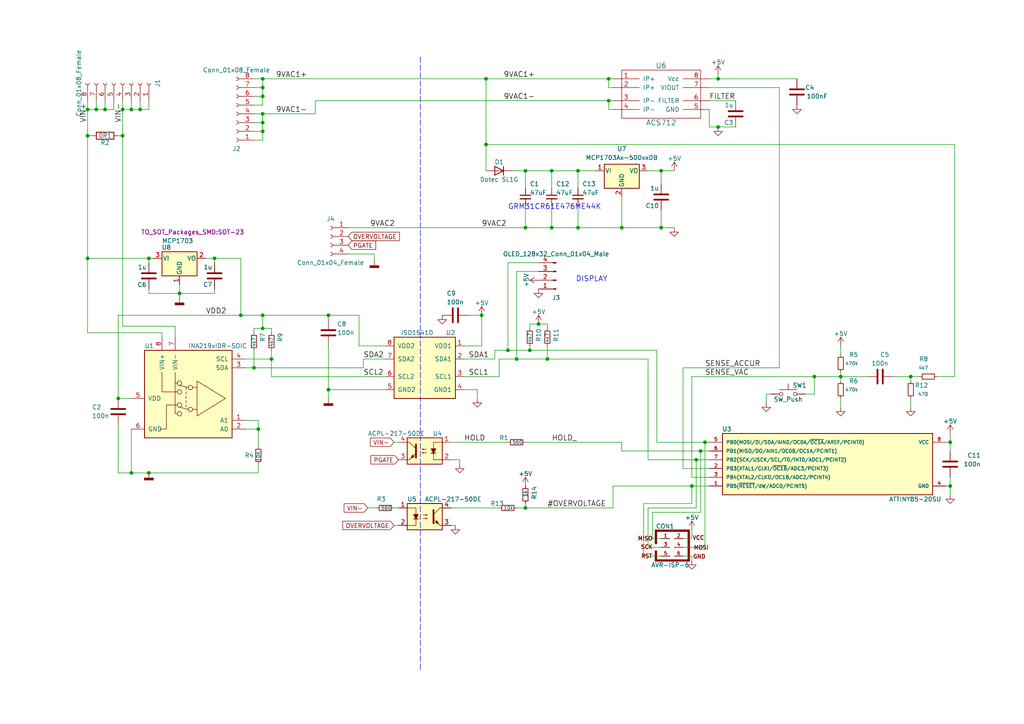
<source format=kicad_sch>
(kicad_sch (version 20230121) (generator eeschema)
  (paper "A4")
  (title_block (title "C64 Saver 2 Addon Board") (date "2023-03-24") (rev "1.4") (company "BWACK"))
  (lib_symbols
    (symbol "C64Saver2-addon-rescue:ATTINY85-20SU" (pin_names (offset 1.016))
      (property "Reference" "U" (at -29.21 10.16 0))
      (property "Value" "ATTINY85-20SU" (at 25.4 -10.16 0))
      (symbol "ATTINY85-20SU_0_1"
        (rectangle (start -30.48 8.89) (end 30.48 -8.89) (stroke (width 0.254)) (fill (type background)))
      )
      (symbol "ATTINY85-20SU_1_1"
        (pin bidirectional line (at -34.29 -6.35 0) (length 3.81) (name "PB5(~{RESET}/dW/ADC0/PCINT5)") (number "1"))
        (pin bidirectional line (at -34.29 -1.27 0) (length 3.81) (name "PB3(XTAL1/CLKI/~{OC1B}/ADC3/PCINT3)") (number "2"))
        (pin bidirectional line (at -34.29 -3.81 0) (length 3.81) (name "PB4(XTAL2/CLKO/OC1B/ADC2/PCINT4)") (number "3"))
        (pin power_in line (at 34.29 -6.35 180) (length 3.81) (name "GND") (number "4"))
        (pin bidirectional line (at -34.29 6.35 0) (length 3.81) (name "PB0(MOSI/DI/SDA/AIN0/OC0A/~{OC1A}/AREF/PCINT0)") (number "5"))
        (pin bidirectional line (at -34.29 3.81 0) (length 3.81) (name "PB1(MISO/DO/AIN1/OC0B/OC1A/PCINT1)") (number "6"))
        (pin bidirectional line (at -34.29 1.27 0) (length 3.81) (name "PB2(SCK/USCK/SCL/T0/INT0/ADC1/PCINT2)") (number "7"))
        (pin power_in line (at 34.29 6.35 180) (length 3.81) (name "VCC") (number "8"))
      )
    )
    (symbol "C64Saver2-addon-rescue:AVR-ISP-6" (pin_names (offset 1.016))
      (property "Reference" "CON" (at -2.667 6.096 0))
      (property "Value" "AVR-ISP-6" (at -6.731 -5.842 0))
      (symbol "AVR-ISP-6_0_0"
        (text "SCK" (at -8.001 0.127 0) (effects (font (size 1.143 1.143) bold)))
        (text "VCC" (at 6.985 2.794 0) (effects (font (size 1.143 1.143) bold)))
      )
      (symbol "AVR-ISP-6_0_1"
        (rectangle (start -5.207 -3.556) (end 4.191 -4.064) (fill (type outline)))
        (rectangle (start -5.207 5.08) (end 3.937 4.572) (fill (type outline)))
        (rectangle (start -5.08 -4.064) (end -5.588 -1.016) (fill (type outline)))
        (rectangle (start -5.08 5.08) (end -5.588 1.016) (fill (type outline)))
        (rectangle (start 3.937 5.08) (end 4.445 -4.064) (fill (type outline)))
      )
      (symbol "AVR-ISP-6_1_0"
        (text "GND" (at 7.239 -2.667 0) (effects (font (size 1.143 1.143) bold)))
        (text "MISO" (at -8.4582 2.5908 0) (effects (font (size 1.143 1.143) bold)))
        (text "MOSI" (at 7.7978 -0.0508 0) (effects (font (size 1.143 1.143) bold)))
        (text "RST" (at -8.001 -2.54 0) (effects (font (size 1.143 1.143) bold)))
      )
      (symbol "AVR-ISP-6_1_1"
        (pin passive line (at -3.81 2.54 0) (length 2.54) (name "~") (number "1"))
        (pin passive line (at 2.54 2.54 180) (length 2.54) (name "~") (number "2"))
        (pin passive line (at -3.81 0 0) (length 2.54) (name "~") (number "3"))
        (pin passive line (at 2.54 0 180) (length 2.54) (name "~") (number "4"))
        (pin passive line (at -3.81 -2.54 0) (length 2.54) (name "~") (number "5"))
        (pin passive line (at 2.54 -2.54 180) (length 2.54) (name "~") (number "6"))
      )
    )
    (symbol "C64Saver2-addon-rescue:Conn_01x04_Female" (pin_names (offset 1.016) hide)
      (property "Reference" "J" (at 0 5.08 0))
      (property "Value" "Conn_01x04_Female" (at 0 -7.62 0))
      (symbol "Conn_01x04_Female_1_1"
        (arc (start 0 -4.572) (mid -0.5058 -5.08) (end 0 -5.588) (stroke (width 0.1524)))
        (arc (start 0 -2.032) (mid -0.5058 -2.54) (end 0 -3.048) (stroke (width 0.1524)))
        (polyline (pts (xy -1.27 -5.08) (xy -0.508 -5.08)) (stroke (width 0.1524)))
        (polyline (pts (xy -1.27 -2.54) (xy -0.508 -2.54)) (stroke (width 0.1524)))
        (polyline (pts (xy -1.27 0) (xy -0.508 0)) (stroke (width 0.1524)))
        (polyline (pts (xy -1.27 2.54) (xy -0.508 2.54)) (stroke (width 0.1524)))
        (arc (start 0 0.508) (mid -0.5058 0) (end 0 -0.508) (stroke (width 0.1524)))
        (arc (start 0 3.048) (mid -0.5058 2.54) (end 0 2.032) (stroke (width 0.1524)))
        (pin passive line (at -5.08 2.54 0) (length 3.81) (name "Pin_1") (number "1"))
        (pin passive line (at -5.08 0 0) (length 3.81) (name "Pin_2") (number "2"))
        (pin passive line (at -5.08 -2.54 0) (length 3.81) (name "Pin_3") (number "3"))
        (pin passive line (at -5.08 -5.08 0) (length 3.81) (name "Pin_4") (number "4"))
      )
    )
    (symbol "C64Saver2-addon-rescue:Conn_01x04_Male" (pin_names (offset 1.016) hide)
      (property "Reference" "J" (at 0 5.08 0))
      (property "Value" "Conn_01x04_Male" (at 0 -7.62 0))
      (symbol "Conn_01x04_Male_1_1"
        (polyline (pts (xy 1.27 -5.08) (xy 0.8636 -5.08)) (stroke (width 0.1524)))
        (polyline (pts (xy 1.27 -2.54) (xy 0.8636 -2.54)) (stroke (width 0.1524)))
        (polyline (pts (xy 1.27 0) (xy 0.8636 0)) (stroke (width 0.1524)))
        (polyline (pts (xy 1.27 2.54) (xy 0.8636 2.54)) (stroke (width 0.1524)))
        (rectangle (start 0.8636 -4.953) (end 0 -5.207) (stroke (width 0.1524)) (fill (type outline)))
        (rectangle (start 0.8636 -2.413) (end 0 -2.667) (stroke (width 0.1524)) (fill (type outline)))
        (rectangle (start 0.8636 0.127) (end 0 -0.127) (stroke (width 0.1524)) (fill (type outline)))
        (rectangle (start 0.8636 2.667) (end 0 2.413) (stroke (width 0.1524)) (fill (type outline)))
        (pin passive line (at 5.08 2.54 180) (length 3.81) (name "Pin_1") (number "1"))
        (pin passive line (at 5.08 0 180) (length 3.81) (name "Pin_2") (number "2"))
        (pin passive line (at 5.08 -2.54 180) (length 3.81) (name "Pin_3") (number "3"))
        (pin passive line (at 5.08 -5.08 180) (length 3.81) (name "Pin_4") (number "4"))
      )
    )
    (symbol "C64Saver2-addon-rescue:Conn_01x08_Female" (pin_names (offset 1.016) hide)
      (property "Reference" "J" (at 0 10.16 0))
      (property "Value" "Conn_01x08_Female" (at 0 -12.7 0))
      (symbol "Conn_01x08_Female_1_1"
        (arc (start 0 -9.652) (mid -0.5058 -10.16) (end 0 -10.668) (stroke (width 0.1524)))
        (arc (start 0 -7.112) (mid -0.5058 -7.62) (end 0 -8.128) (stroke (width 0.1524)))
        (arc (start 0 -4.572) (mid -0.5058 -5.08) (end 0 -5.588) (stroke (width 0.1524)))
        (arc (start 0 -2.032) (mid -0.5058 -2.54) (end 0 -3.048) (stroke (width 0.1524)))
        (polyline (pts (xy -1.27 -10.16) (xy -0.508 -10.16)) (stroke (width 0.1524)))
        (polyline (pts (xy -1.27 -7.62) (xy -0.508 -7.62)) (stroke (width 0.1524)))
        (polyline (pts (xy -1.27 -5.08) (xy -0.508 -5.08)) (stroke (width 0.1524)))
        (polyline (pts (xy -1.27 -2.54) (xy -0.508 -2.54)) (stroke (width 0.1524)))
        (polyline (pts (xy -1.27 0) (xy -0.508 0)) (stroke (width 0.1524)))
        (polyline (pts (xy -1.27 2.54) (xy -0.508 2.54)) (stroke (width 0.1524)))
        (polyline (pts (xy -1.27 5.08) (xy -0.508 5.08)) (stroke (width 0.1524)))
        (polyline (pts (xy -1.27 7.62) (xy -0.508 7.62)) (stroke (width 0.1524)))
        (arc (start 0 0.508) (mid -0.5058 0) (end 0 -0.508) (stroke (width 0.1524)))
        (arc (start 0 3.048) (mid -0.5058 2.54) (end 0 2.032) (stroke (width 0.1524)))
        (arc (start 0 5.588) (mid -0.5058 5.08) (end 0 4.572) (stroke (width 0.1524)))
        (arc (start 0 8.128) (mid -0.5058 7.62) (end 0 7.112) (stroke (width 0.1524)))
        (pin passive line (at -5.08 7.62 0) (length 3.81) (name "Pin_1") (number "1"))
        (pin passive line (at -5.08 5.08 0) (length 3.81) (name "Pin_2") (number "2"))
        (pin passive line (at -5.08 2.54 0) (length 3.81) (name "Pin_3") (number "3"))
        (pin passive line (at -5.08 0 0) (length 3.81) (name "Pin_4") (number "4"))
        (pin passive line (at -5.08 -2.54 0) (length 3.81) (name "Pin_5") (number "5"))
        (pin passive line (at -5.08 -5.08 0) (length 3.81) (name "Pin_6") (number "6"))
        (pin passive line (at -5.08 -7.62 0) (length 3.81) (name "Pin_7") (number "7"))
        (pin passive line (at -5.08 -10.16 0) (length 3.81) (name "Pin_8") (number "8"))
      )
    )
    (symbol "C64Saver2-addon-rescue:MCP1700-5002E_SOT23" (pin_names (offset 0.254))
      (property "Reference" "U" (at -3.81 3.175 0))
      (property "Value" "MCP1700-5002E_SOT23" (at 0 3.175 0))
      (symbol "MCP1700-5002E_SOT23_0_1"
        (rectangle (start -5.08 1.905) (end 5.08 -5.08) (stroke (width 0.254)) (fill (type background)))
      )
      (symbol "MCP1700-5002E_SOT23_1_1"
        (pin power_in line (at 0 -7.62 90) (length 2.54) (name "GND") (number "1"))
        (pin power_out line (at 7.62 0 180) (length 2.54) (name "VO") (number "2"))
        (pin power_in line (at -7.62 0 0) (length 2.54) (name "VI") (number "3"))
      )
    )
    (symbol "C64Saver2-addon-rescue:SW_Push" (pin_numbers hide) (pin_names (offset 1.016) hide)
      (property "Reference" "SW" (at 1.27 2.54 0))
      (property "Value" "SW_Push" (at 0 -1.524 0))
      (symbol "SW_Push_0_1"
        (circle (center -2.032 0) (radius 0.508))
        (polyline (pts (xy 0 1.27) (xy 0 3.048)))
        (polyline (pts (xy 2.54 1.27) (xy -2.54 1.27)))
        (circle (center 2.032 0) (radius 0.508))
        (pin passive line (at -5.08 0 0) (length 2.54) (name "1") (number "1"))
        (pin passive line (at 5.08 0 180) (length 2.54) (name "2") (number "2"))
      )
    )
    (symbol "C64Saver2-addon-rescue:TLP291" (pin_names (offset 1.016))
      (property "Reference" "U" (at -5.08 5.08 0))
      (property "Value" "TLP291" (at 0 5.08 0))
      (symbol "TLP291_0_1"
        (rectangle (start -5.08 3.81) (end 5.08 -3.81) (stroke (width 0.254)) (fill (type background)))
        (polyline (pts (xy -3.175 -0.635) (xy -1.905 -0.635)) (stroke (width 0.254)))
        (polyline (pts (xy 2.54 0.635) (xy 4.445 2.54)))
        (polyline (pts (xy 4.445 -2.54) (xy 2.54 -0.635)) (fill (type outline)))
        (polyline (pts (xy 4.445 -2.54) (xy 5.08 -2.54)))
        (polyline (pts (xy 4.445 2.54) (xy 5.08 2.54)))
        (polyline (pts (xy -5.08 2.54) (xy -2.54 2.54) (xy -2.54 0.635)))
        (polyline (pts (xy -2.54 -0.635) (xy -2.54 -2.54) (xy -5.08 -2.54)))
        (polyline (pts (xy 2.54 1.905) (xy 2.54 -1.905) (xy 2.54 -1.905)) (stroke (width 0.508)))
        (polyline (pts (xy -2.54 -0.635) (xy -3.175 0.635) (xy -1.905 0.635) (xy -2.54 -0.635)) (stroke (width 0.254)) (fill (type outline)))
        (polyline (pts (xy -0.508 -0.508) (xy 0.762 -0.508) (xy 0.381 -0.635) (xy 0.381 -0.381) (xy 0.762 -0.508)))
        (polyline (pts (xy -0.508 0.508) (xy 0.762 0.508) (xy 0.381 0.381) (xy 0.381 0.635) (xy 0.762 0.508)))
        (polyline (pts (xy 3.048 -1.651) (xy 3.556 -1.143) (xy 4.064 -2.159) (xy 3.048 -1.651) (xy 3.048 -1.651)) (fill (type outline)))
      )
      (symbol "TLP291_1_1"
        (pin passive line (at -7.62 2.54 0) (length 2.54) (name "~") (number "1"))
        (pin passive line (at -7.62 -2.54 0) (length 2.54) (name "~") (number "2"))
        (pin passive line (at 7.62 -2.54 180) (length 2.54) (name "~") (number "3"))
        (pin passive line (at 7.62 2.54 180) (length 2.54) (name "~") (number "4"))
      )
    )
    (symbol "Device:C" (pin_numbers hide) (pin_names (offset 0.254))
      (property "Reference" "C" (at 0.635 2.54 0))
      (property "Value" "C" (at 0.635 -2.54 0))
      (symbol "C_0_1"
        (polyline (pts (xy -2.032 -0.762) (xy 2.032 -0.762)) (stroke (width 0.508)))
        (polyline (pts (xy -2.032 0.762) (xy 2.032 0.762)) (stroke (width 0.508)))
      )
      (symbol "C_1_1"
        (pin passive line (at 0 3.81 270) (length 2.794) (name "~") (number "1"))
        (pin passive line (at 0 -3.81 90) (length 2.794) (name "~") (number "2"))
      )
    )
    (symbol "Device:C_Small" (pin_numbers hide) (pin_names (offset 0.254) hide)
      (property "Reference" "C" (at 0.254 1.778 0))
      (property "Value" "C_Small" (at 0.254 -2.032 0))
      (symbol "C_Small_0_1"
        (polyline (pts (xy -1.524 -0.508) (xy 1.524 -0.508)) (stroke (width 0.3302)))
        (polyline (pts (xy -1.524 0.508) (xy 1.524 0.508)) (stroke (width 0.3048)))
      )
      (symbol "C_Small_1_1"
        (pin passive line (at 0 2.54 270) (length 2.032) (name "~") (number "1"))
        (pin passive line (at 0 -2.54 90) (length 2.032) (name "~") (number "2"))
      )
    )
    (symbol "Device:D" (pin_numbers hide) (pin_names (offset 1.016) hide)
      (property "Reference" "D" (at 0 2.54 0))
      (property "Value" "D" (at 0 -2.54 0))
      (symbol "D_0_1"
        (polyline (pts (xy -1.27 1.27) (xy -1.27 -1.27)) (stroke (width 0.254)))
        (polyline (pts (xy 1.27 0) (xy -1.27 0)))
        (polyline (pts (xy 1.27 1.27) (xy 1.27 -1.27) (xy -1.27 0) (xy 1.27 1.27)) (stroke (width 0.254)))
      )
      (symbol "D_1_1"
        (pin passive line (at -3.81 0 0) (length 2.54) (name "K") (number "1"))
        (pin passive line (at 3.81 0 180) (length 2.54) (name "A") (number "2"))
      )
    )
    (symbol "Device:R" (pin_numbers hide) (pin_names (offset 0))
      (property "Reference" "R" (at 2.032 0 90))
      (property "Value" "R" (at 0 0 90))
      (symbol "R_0_1"
        (rectangle (start -1.016 -2.54) (end 1.016 2.54) (stroke (width 0.254)))
      )
      (symbol "R_1_1"
        (pin passive line (at 0 3.81 270) (length 1.27) (name "~") (number "1"))
        (pin passive line (at 0 -3.81 90) (length 1.27) (name "~") (number "2"))
      )
    )
    (symbol "Device:R_Small" (pin_numbers hide) (pin_names (offset 0.254) hide)
      (property "Reference" "R" (at 0.762 0.508 0))
      (property "Value" "R_Small" (at 0.762 -1.016 0))
      (symbol "R_Small_0_1"
        (rectangle (start -0.762 1.778) (end 0.762 -1.778) (stroke (width 0.2032)))
      )
      (symbol "R_Small_1_1"
        (pin passive line (at 0 2.54 270) (length 0.762) (name "~") (number "1"))
        (pin passive line (at 0 -2.54 90) (length 0.762) (name "~") (number "2"))
      )
    )
    (symbol "Regulator_Linear:MCP1703Ax-500xxDB" (pin_names (offset 0.254))
      (property "Reference" "U" (at -3.81 3.175 0))
      (property "Value" "MCP1703Ax-500xxDB" (at 0 3.175 0))
      (symbol "MCP1703Ax-500xxDB_0_1"
        (rectangle (start -5.08 -5.08) (end 5.08 1.905) (stroke (width 0.254)) (fill (type background)))
      )
      (symbol "MCP1703Ax-500xxDB_1_1"
        (pin power_in line (at -7.62 0 0) (length 2.54) (name "VI") (number "1"))
        (pin power_in line (at 0 -7.62 90) (length 2.54) (name "GND") (number "2"))
        (pin power_out line (at 7.62 0 180) (length 2.54) (name "VO") (number "3"))
      )
    )
    (symbol "acs712:ACS712" (pin_names (offset 1.016))
      (property "Reference" "U" (at 0 7.62 0))
      (property "Value" "ACS712" (at 0 -8.89 0))
      (symbol "ACS712_0_1"
        (rectangle (start -11.43 6.35) (end 11.43 -7.62))
      )
      (symbol "ACS712_1_1"
        (pin input line (at -13.97 3.81 0) (length 7.62) (name "IP+") (number "1"))
        (pin input line (at -13.97 1.27 0) (length 7.62) (name "IP+") (number "2"))
        (pin input line (at -13.97 -2.54 0) (length 7.62) (name "IP-") (number "3"))
        (pin input line (at -13.97 -5.08 0) (length 7.62) (name "IP-") (number "4"))
        (pin input line (at 13.97 -5.08 180) (length 7.62) (name "GND") (number "5"))
        (pin input line (at 13.97 -2.54 180) (length 7.62) (name "FILTER") (number "6"))
        (pin input line (at 13.97 1.27 180) (length 7.62) (name "VIOUT") (number "7"))
        (pin input line (at 13.97 3.81 180) (length 7.62) (name "Vcc") (number "8"))
      )
    )
    (symbol "ina219:INA219xIDR-SOIC" (pin_names (offset 1.016))
      (property "Reference" "U" (at -6.35 12.7 0))
      (property "Value" "INA219xIDR-SOIC" (at 6.35 12.7 0))
      (property "Datasheet" "http://www.ti.com/lit/ds/symlink/ina219.pdf" (at 2.54 -8.89 0))
      (symbol "INA219xIDR-SOIC_0_1"
        (rectangle (start -6.35 -13.97) (end 19.05 11.43) (stroke (width 0.254)) (fill (type background)))
        (polyline (pts (xy 5.715 -4.445) (xy 5.715 -5.08)))
        (polyline (pts (xy 5.715 -3.175) (xy 5.715 -3.81)))
        (polyline (pts (xy 5.715 -1.905) (xy 5.715 -2.54)))
        (polyline (pts (xy 5.715 -0.635) (xy 5.715 -1.27)))
        (polyline (pts (xy 5.715 0.635) (xy 5.715 0)))
        (polyline (pts (xy 6.35 -5.715) (xy 3.81 -5.08)))
        (polyline (pts (xy 6.35 0.635) (xy 3.81 1.27)))
        (polyline (pts (xy 7.62 -5.715) (xy 8.89 -5.715)))
        (polyline (pts (xy 7.62 0.635) (xy 8.89 0.635)))
        (polyline (pts (xy 2.54 1.905) (xy 2.54 -6.985) (xy 3.175 -6.985)))
        (polyline (pts (xy 2.54 5.08) (xy 2.54 1.905) (xy 3.175 1.905)))
        (polyline (pts (xy 3.175 -0.635) (xy -1.27 -0.635) (xy -1.27 5.08)))
        (polyline (pts (xy 3.175 -4.445) (xy 0 -4.445) (xy 0 -11.43) (xy -1.905 -11.43)))
        (polyline (pts (xy 17.145 -2.54) (xy 8.89 2.54) (xy 8.89 -7.62) (xy 17.145 -2.54)))
        (circle (center 3.81 -6.985) (radius 0.635))
        (circle (center 3.81 -4.445) (radius 0.635))
        (circle (center 3.81 -0.635) (radius 0.635))
        (circle (center 3.81 1.905) (radius 0.635))
        (circle (center 6.985 -5.715) (radius 0.635))
        (circle (center 6.985 0.635) (radius 0.635))
      )
      (symbol "INA219xIDR-SOIC_1_1"
        (pin input line (at 22.86 -8.89 180) (length 3.81) (name "A1") (number "1"))
        (pin input line (at 22.86 -11.43 180) (length 3.81) (name "A0") (number "2"))
        (pin bidirectional line (at 22.86 6.35 180) (length 3.81) (name "SDA") (number "3"))
        (pin input line (at 22.86 8.89 180) (length 3.81) (name "SCL") (number "4"))
        (pin power_in line (at -10.16 -2.54 0) (length 3.81) (name "VDD") (number "5"))
        (pin power_in line (at -10.16 -11.43 0) (length 3.81) (name "GND") (number "6"))
        (pin input line (at 2.54 15.24 270) (length 3.81) (name "VIN-") (number "7"))
        (pin input line (at -1.27 15.24 270) (length 3.81) (name "VIN+") (number "8"))
      )
    )
    (symbol "iso1541d:ISO1541D" (pin_names (offset 1.016))
      (property "Reference" "U" (at -8.89 10.16 0))
      (property "Value" "ISO1541D" (at -2.54 10.16 0))
      (symbol "ISO1541D_0_1"
        (rectangle (start -8.89 8.89) (end 8.89 -8.89) (stroke (width 0.254)) (fill (type background)))
      )
      (symbol "ISO1541D_1_1"
        (pin power_in line (at -11.43 6.35 0) (length 2.54) (name "VDD1") (number "1"))
        (pin bidirectional line (at -11.43 2.54 0) (length 2.54) (name "SDA1") (number "2"))
        (pin bidirectional line (at -11.43 -2.54 0) (length 2.54) (name "SCL1") (number "3"))
        (pin power_in line (at -11.43 -6.35 0) (length 2.54) (name "GND1") (number "4"))
        (pin power_in line (at 11.43 -6.35 180) (length 2.54) (name "GND2") (number "5"))
        (pin bidirectional line (at 11.43 -2.54 180) (length 2.54) (name "SCL2") (number "6"))
        (pin input line (at 11.43 2.54 180) (length 2.54) (name "SDA2") (number "7"))
        (pin power_in line (at 11.43 6.35 180) (length 2.54) (name "VDD2") (number "8"))
      )
    )
    (symbol "power:+5V" (power) (pin_names (offset 0))
      (property "Value" "+5V" (at 0 3.556 0))
      (symbol "+5V_0_1"
        (polyline (pts (xy -0.762 1.27) (xy 0 2.54)))
        (polyline (pts (xy 0 0) (xy 0 2.54)))
        (polyline (pts (xy 0 2.54) (xy 0.762 1.27)))
      )
      (symbol "+5V_1_1"
        (pin power_in line (at 0 0 90) (length 0) hide (name "+5V") (number "1"))
      )
    )
    (symbol "power:GND" (power) (pin_names (offset 0))
      (property "Value" "GND" (at 0 -3.81 0))
      (symbol "GND_0_1"
        (polyline (pts (xy 0 0) (xy 0 -1.27) (xy 1.27 -1.27) (xy 0 -2.54) (xy -1.27 -1.27) (xy 0 -1.27)))
      )
      (symbol "GND_1_1"
        (pin power_in line (at 0 0 270) (length 0) hide (name "GND") (number "1"))
      )
    )
    (symbol "power:GNDD" (power) (pin_names (offset 0))
      (property "Value" "GNDD" (at 0 -3.175 0))
      (symbol "GNDD_0_1"
        (rectangle (start -1.27 -1.524) (end 1.27 -2.032) (stroke (width 0.254)) (fill (type outline)))
        (polyline (pts (xy 0 0) (xy 0 -1.524)))
      )
      (symbol "GNDD_1_1"
        (pin power_in line (at 0 0 270) (length 0) hide (name "GNDD") (number "1"))
      )
    )
  )
  (junction (at 208.28 22.86))
  (junction (at 76.2 25.4))
  (junction (at 139.7 91.44))
  (junction (at 43.18 74.93))
  (junction (at 152.4 147.32))
  (junction (at 76.2 95.25))
  (junction (at 204.47 128.27))
  (junction (at 62.23 74.93))
  (junction (at 152.4 66.04))
  (junction (at 156.21 93.98))
  (junction (at 167.64 49.53))
  (junction (at 275.59 140.97))
  (junction (at 208.28 36.83))
  (junction (at 25.4 39.37))
  (junction (at 191.77 66.04))
  (junction (at 73.66 106.68))
  (junction (at 176.53 22.86))
  (junction (at 35.56 31.75))
  (junction (at 149.86 104.14))
  (junction (at 52.07 85.09))
  (junction (at 76.2 38.1))
  (junction (at 167.64 66.04))
  (junction (at 95.25 91.44))
  (junction (at 25.4 74.93))
  (junction (at 76.2 22.86))
  (junction (at 160.02 66.04))
  (junction (at 158.75 104.14))
  (junction (at 191.77 49.53))
  (junction (at 147.32 101.6))
  (junction (at 76.2 91.44))
  (junction (at 275.59 128.27))
  (junction (at 34.29 115.57))
  (junction (at 78.74 104.14))
  (junction (at 153.67 101.6))
  (junction (at 40.64 31.75))
  (junction (at 203.2 130.81))
  (junction (at 74.93 124.46))
  (junction (at 95.25 113.03))
  (junction (at 38.1 137.16))
  (junction (at 264.16 109.22))
  (junction (at 76.2 27.94))
  (junction (at 69.85 91.44))
  (junction (at 152.4 49.53))
  (junction (at 27.94 31.75))
  (junction (at 200.66 140.97))
  (junction (at 180.34 66.04))
  (junction (at 38.1 31.75))
  (junction (at 25.4 31.75))
  (junction (at 30.48 31.75))
  (junction (at 43.18 137.16))
  (junction (at 76.2 33.02))
  (junction (at 201.93 133.35))
  (junction (at 140.97 41.91))
  (junction (at 35.56 39.37))
  (junction (at 160.02 49.53))
  (junction (at 176.53 29.21))
  (junction (at 236.22 109.22))
  (junction (at 140.97 22.86))
  (junction (at 76.2 35.56))
  (junction (at 243.84 109.22))
  (wire (pts (xy 144.78 147.32) (xy 130.81 147.32)))
  (wire (pts (xy 204.47 128.27) (xy 205.74 128.27)))
  (wire (pts (xy 200.66 162.56) (xy 200.66 161.29)))
  (wire (pts (xy 177.8 25.4) (xy 176.53 25.4)))
  (wire (pts (xy 187.96 49.53) (xy 191.77 49.53)))
  (wire (pts (xy 186.69 146.05) (xy 200.66 146.05)))
  (wire (pts (xy 152.4 147.32) (xy 177.8 147.32)))
  (wire (pts (xy 222.25 114.3) (xy 222.25 116.84)))
  (wire (pts (xy 153.67 93.98) (xy 156.21 93.98)))
  (wire (pts (xy 200.66 153.67) (xy 200.66 156.21)))
  (wire (pts (xy 264.16 110.49) (xy 264.16 109.22)))
  (wire (pts (xy 73.66 106.68) (xy 71.12 106.68)))
  (wire (pts (xy 76.2 40.64) (xy 73.66 40.64)))
  (wire (pts (xy 205.74 36.83) (xy 208.28 36.83)))
  (wire (pts (xy 78.74 109.22) (xy 111.76 109.22)))
  (wire (pts (xy 180.34 128.27) (xy 180.34 130.81)))
  (wire (pts (xy 149.86 104.14) (xy 158.75 104.14)))
  (wire (pts (xy 105.41 106.68) (xy 73.66 106.68)))
  (wire (pts (xy 59.69 74.93) (xy 62.23 74.93)))
  (wire (pts (xy 167.64 49.53) (xy 172.72 49.53)))
  (wire (pts (xy 156.21 76.2) (xy 147.32 76.2)))
  (wire (pts (xy 187.96 133.35) (xy 201.93 133.35)))
  (wire (pts (xy 243.84 109.22) (xy 251.46 109.22)))
  (wire (pts (xy 25.4 39.37) (xy 26.67 39.37)))
  (wire (pts (xy 95.25 100.33) (xy 95.25 113.03)))
  (wire (pts (xy 76.2 27.94) (xy 76.2 30.48)))
  (wire (pts (xy 187.96 158.75) (xy 187.96 147.32)))
  (wire (pts (xy 46.99 96.52) (xy 25.4 96.52)))
  (wire (pts (xy 276.86 41.91) (xy 276.86 109.22)))
  (wire (pts (xy 176.53 22.86) (xy 177.8 22.86)))
  (wire (pts (xy 275.59 140.97) (xy 275.59 143.51)))
  (wire (pts (xy 62.23 85.09) (xy 62.23 83.82)))
  (wire (pts (xy 35.56 39.37) (xy 34.29 39.37)))
  (wire (pts (xy 153.67 93.98) (xy 153.67 95.25)))
  (wire (pts (xy 180.34 66.04) (xy 191.77 66.04)))
  (wire (pts (xy 156.21 78.74) (xy 149.86 78.74)))
  (wire (pts (xy 43.18 85.09) (xy 52.07 85.09)))
  (wire (pts (xy 176.53 31.75) (xy 176.53 29.21)))
  (wire (pts (xy 43.18 74.93) (xy 44.45 74.93)))
  (wire (pts (xy 62.23 74.93) (xy 69.85 74.93)))
  (wire (pts (xy 35.56 94.615) (xy 50.8 94.615)))
  (wire (pts (xy 76.2 27.94) (xy 73.66 27.94)))
  (wire (pts (xy 200.66 156.21) (xy 198.12 156.21)))
  (wire (pts (xy 76.2 25.4) (xy 76.2 27.94)))
  (wire (pts (xy 43.18 137.16) (xy 74.93 137.16)))
  (wire (pts (xy 191.77 66.04) (xy 195.58 66.04)))
  (wire (pts (xy 50.8 94.615) (xy 50.8 97.79)))
  (wire (pts (xy 95.25 91.44) (xy 76.2 91.44)))
  (wire (pts (xy 34.29 91.44) (xy 34.29 115.57)))
  (wire (pts (xy 143.51 101.6) (xy 147.32 101.6)))
  (wire (pts (xy 198.12 106.68) (xy 198.12 135.89)))
  (wire (pts (xy 226.06 25.4) (xy 205.74 25.4)))
  (wire (pts (xy 176.53 29.21) (xy 177.8 29.21)))
  (wire (pts (xy 243.84 109.22) (xy 243.84 110.49)))
  (wire (pts (xy 147.32 128.27) (xy 130.81 128.27)))
  (wire (pts (xy 139.7 91.44) (xy 139.7 100.33)))
  (wire (pts (xy 35.56 39.37) (xy 35.56 94.615)))
  (wire (pts (xy 43.18 85.09) (xy 43.18 83.82)))
  (wire (pts (xy 190.5 101.6) (xy 190.5 128.27)))
  (wire (pts (xy 71.12 104.14) (xy 78.74 104.14)))
  (wire (pts (xy 38.1 124.46) (xy 38.1 137.16)))
  (wire (pts (xy 27.94 31.75) (xy 30.48 31.75)))
  (wire (pts (xy 191.77 156.21) (xy 189.23 156.21)))
  (wire (pts (xy 198.12 106.68) (xy 226.06 106.68)))
  (wire (pts (xy 160.02 59.69) (xy 160.02 66.04)))
  (wire (pts (xy 144.78 104.14) (xy 149.86 104.14)))
  (wire (pts (xy 200.66 161.29) (xy 198.12 161.29)))
  (wire (pts (xy 187.96 147.32) (xy 201.93 147.32)))
  (wire (pts (xy 73.66 96.52) (xy 73.66 95.25)))
  (wire (pts (xy 243.84 102.87) (xy 243.84 100.33)))
  (wire (pts (xy 76.2 33.02) (xy 76.2 35.56)))
  (wire (pts (xy 190.5 128.27) (xy 204.47 128.27)))
  (wire (pts (xy 152.4 49.53) (xy 160.02 49.53)))
  (wire (pts (xy 153.67 101.6) (xy 153.67 100.33)))
  (wire (pts (xy 108.585 75.565) (xy 108.585 73.66)))
  (wire (pts (xy 226.06 106.68) (xy 226.06 25.4)))
  (wire (pts (xy 74.93 121.92) (xy 71.12 121.92)))
  (wire (pts (xy 259.08 109.22) (xy 264.16 109.22)))
  (wire (pts (xy 76.2 95.25) (xy 78.74 95.25)))
  (wire (pts (xy 153.67 101.6) (xy 190.5 101.6)))
  (wire (pts (xy 156.21 93.98) (xy 158.75 93.98)))
  (wire (pts (xy 76.2 33.02) (xy 73.66 33.02)))
  (wire (pts (xy 91.44 29.21) (xy 91.44 33.02)))
  (wire (pts (xy 30.48 31.75) (xy 30.48 29.21)))
  (wire (pts (xy 152.4 59.69) (xy 152.4 66.04)))
  (wire (pts (xy 25.4 74.93) (xy 43.18 74.93)))
  (wire (pts (xy 46.99 97.79) (xy 46.99 96.52)))
  (wire (pts (xy 191.77 161.29) (xy 186.69 161.29)))
  (wire (pts (xy 236.22 114.3) (xy 236.22 109.22)))
  (wire (pts (xy 276.86 109.22) (xy 271.78 109.22)))
  (wire (pts (xy 25.4 31.75) (xy 25.4 39.37)))
  (wire (pts (xy 78.74 95.25) (xy 78.74 96.52)))
  (wire (pts (xy 43.18 74.93) (xy 43.18 76.2)))
  (wire (pts (xy 30.48 31.75) (xy 33.02 31.75)))
  (wire (pts (xy 275.59 125.73) (xy 275.59 128.27)))
  (wire (pts (xy 73.66 101.6) (xy 73.66 106.68)))
  (wire (pts (xy 276.86 41.91) (xy 140.97 41.91)))
  (wire (pts (xy 264.16 118.11) (xy 264.16 115.57)))
  (wire (pts (xy 177.8 31.75) (xy 176.53 31.75)))
  (wire (pts (xy 111.76 104.14) (xy 105.41 104.14)))
  (wire (pts (xy 78.74 101.6) (xy 78.74 104.14)))
  (wire (pts (xy 275.59 128.27) (xy 275.59 130.81)))
  (wire (pts (xy 167.64 54.61) (xy 167.64 49.53)))
  (wire (pts (xy 76.2 22.86) (xy 140.97 22.86)))
  (wire (pts (xy 189.23 148.59) (xy 203.2 148.59)))
  (wire (pts (xy 274.32 128.27) (xy 275.59 128.27)))
  (wire (pts (xy 34.29 115.57) (xy 38.1 115.57)))
  (wire (pts (xy 35.56 31.75) (xy 35.56 39.37)))
  (wire (pts (xy 149.86 147.32) (xy 152.4 147.32)))
  (wire (pts (xy 76.2 91.44) (xy 69.85 91.44)))
  (wire (pts (xy 43.18 31.75) (xy 43.18 29.21)))
  (wire (pts (xy 144.78 104.14) (xy 144.78 109.22)))
  (wire (pts (xy 105.41 104.14) (xy 105.41 106.68)))
  (wire (pts (xy 91.44 29.21) (xy 176.53 29.21)))
  (wire (pts (xy 208.28 22.86) (xy 231.14 22.86)))
  (wire (pts (xy 76.2 38.1) (xy 73.66 38.1)))
  (wire (pts (xy 191.77 49.53) (xy 195.58 49.53)))
  (wire (pts (xy 191.77 158.75) (xy 187.96 158.75)))
  (wire (pts (xy 144.78 109.22) (xy 134.62 109.22)))
  (wire (pts (xy 201.93 133.35) (xy 205.74 133.35)))
  (wire (pts (xy 73.66 35.56) (xy 76.2 35.56)))
  (wire (pts (xy 34.29 137.16) (xy 34.29 123.19)))
  (wire (pts (xy 73.66 25.4) (xy 76.2 25.4)))
  (wire (pts (xy 100.965 66.04) (xy 152.4 66.04)))
  (wire (pts (xy 25.4 74.93) (xy 25.4 96.52)))
  (wire (pts (xy 25.4 39.37) (xy 25.4 74.93)))
  (wire (pts (xy 34.29 137.16) (xy 38.1 137.16)))
  (wire (pts (xy 133.35 133.35) (xy 133.35 134.62)))
  (wire (pts (xy 52.07 85.09) (xy 52.07 86.36)))
  (wire (pts (xy 200.66 138.43) (xy 200.66 109.22)))
  (wire (pts (xy 78.74 104.14) (xy 78.74 109.22)))
  (wire (pts (xy 74.93 124.46) (xy 71.12 124.46)))
  (wire (pts (xy 264.16 109.22) (xy 266.7 109.22)))
  (wire (pts (xy 198.12 158.75) (xy 204.47 158.75)))
  (wire (pts (xy 243.84 107.95) (xy 243.84 109.22)))
  (wire (pts (xy 147.32 101.6) (xy 153.67 101.6)))
  (wire (pts (xy 177.8 147.32) (xy 177.8 140.97)))
  (wire (pts (xy 203.2 148.59) (xy 203.2 130.81)))
  (wire (pts (xy 233.68 114.3) (xy 236.22 114.3)))
  (wire (pts (xy 158.75 104.14) (xy 187.96 104.14)))
  (wire (pts (xy 275.59 138.43) (xy 275.59 140.97)))
  (wire (pts (xy 25.4 29.21) (xy 25.4 31.75)))
  (wire (pts (xy 180.34 130.81) (xy 203.2 130.81)))
  (wire (pts (xy 40.64 31.75) (xy 40.64 29.21)))
  (wire (pts (xy 114.3 128.27) (xy 115.57 128.27)))
  (wire (pts (xy 191.77 53.34) (xy 191.77 49.53)))
  (wire (pts (xy 62.23 76.2) (xy 62.23 74.93)))
  (wire (pts (xy 274.32 140.97) (xy 275.59 140.97)))
  (wire (pts (xy 95.25 91.44) (xy 95.25 92.71)))
  (wire (pts (xy 148.59 49.53) (xy 152.4 49.53)))
  (wire (pts (xy 73.66 95.25) (xy 76.2 95.25)))
  (wire (pts (xy 186.69 161.29) (xy 186.69 146.05)))
  (wire (pts (xy 208.28 36.83) (xy 213.36 36.83)))
  (wire (pts (xy 213.36 29.21) (xy 205.74 29.21)))
  (wire (pts (xy 38.1 31.75) (xy 40.64 31.75)))
  (wire (pts (xy 27.94 31.75) (xy 27.94 29.21)))
  (wire (pts (xy 104.14 91.44) (xy 95.25 91.44)))
  (wire (pts (xy 189.23 156.21) (xy 189.23 148.59)))
  (wire (pts (xy 160.02 49.53) (xy 167.64 49.53)))
  (wire (pts (xy 35.56 31.75) (xy 38.1 31.75)))
  (wire (pts (xy 200.66 146.05) (xy 200.66 140.97)))
  (wire (pts (xy 200.66 109.22) (xy 236.22 109.22)))
  (wire (pts (xy 69.85 74.93) (xy 69.85 91.44)))
  (wire (pts (xy 180.34 57.15) (xy 180.34 66.04)))
  (wire (pts (xy 38.1 137.16) (xy 43.18 137.16)))
  (wire (pts (xy 76.2 30.48) (xy 73.66 30.48)))
  (wire (pts (xy 33.02 31.75) (xy 33.02 29.21)))
  (wire (pts (xy 208.28 21.59) (xy 208.28 22.86)))
  (wire (pts (xy 115.57 152.4) (xy 114.3 152.4)))
  (wire (pts (xy 52.07 85.09) (xy 62.23 85.09)))
  (wire (pts (xy 147.32 76.2) (xy 147.32 101.6)))
  (wire (pts (xy 191.77 60.96) (xy 191.77 66.04)))
  (wire (pts (xy 35.56 29.21) (xy 35.56 31.75)))
  (wire (pts (xy 76.2 91.44) (xy 76.2 95.25)))
  (wire (pts (xy 140.97 22.86) (xy 140.97 41.91)))
  (wire (pts (xy 203.2 130.81) (xy 205.74 130.81)))
  (wire (pts (xy 140.97 41.91) (xy 140.97 49.53)))
  (wire (pts (xy 130.81 133.35) (xy 133.35 133.35)))
  (wire (pts (xy 205.74 36.83) (xy 205.74 31.75)))
  (wire (pts (xy 95.25 113.03) (xy 111.76 113.03)))
  (wire (pts (xy 204.47 158.75) (xy 204.47 128.27)))
  (wire (pts (xy 76.2 22.86) (xy 76.2 25.4)))
  (wire (pts (xy 76.2 33.02) (xy 91.44 33.02)))
  (wire (pts (xy 138.43 113.03) (xy 134.62 113.03)))
  (wire (pts (xy 52.07 82.55) (xy 52.07 85.09)))
  (wire (pts (xy 160.02 54.61) (xy 160.02 49.53)))
  (wire (pts (xy 167.64 59.69) (xy 167.64 66.04)))
  (wire (pts (xy 130.81 152.4) (xy 132.08 152.4)))
  (wire (pts (xy 138.43 113.03) (xy 138.43 115.57)))
  (wire (pts (xy 205.74 138.43) (xy 200.66 138.43)))
  (wire (pts (xy 177.8 140.97) (xy 200.66 140.97)))
  (wire (pts (xy 187.96 104.14) (xy 187.96 133.35)))
  (wire (pts (xy 158.75 93.98) (xy 158.75 95.25)))
  (wire (pts (xy 115.57 147.32) (xy 114.3 147.32)))
  (wire (pts (xy 25.4 31.75) (xy 27.94 31.75)))
  (wire (pts (xy 143.51 101.6) (xy 143.51 104.14)))
  (wire (pts (xy 40.64 31.75) (xy 43.18 31.75)))
  (wire (pts (xy 152.4 66.04) (xy 160.02 66.04)))
  (wire (pts (xy 140.97 22.86) (xy 176.53 22.86)))
  (wire (pts (xy 76.2 22.86) (xy 73.66 22.86)))
  (wire (pts (xy 76.2 38.1) (xy 76.2 40.64)))
  (wire (pts (xy 158.75 100.33) (xy 158.75 104.14)))
  (wire (pts (xy 152.4 54.61) (xy 152.4 49.53)))
  (wire (pts (xy 200.66 140.97) (xy 205.74 140.97)))
  (wire (pts (xy 160.02 66.04) (xy 167.64 66.04)))
  (wire (pts (xy 108.585 73.66) (xy 100.965 73.66)))
  (wire (pts (xy 201.93 147.32) (xy 201.93 133.35)))
  (wire (pts (xy 167.64 66.04) (xy 180.34 66.04)))
  (wire (pts (xy 74.93 137.16) (xy 74.93 134.62)))
  (wire (pts (xy 205.74 22.86) (xy 208.28 22.86)))
  (wire (pts (xy 135.89 91.44) (xy 139.7 91.44)))
  (wire (pts (xy 74.93 124.46) (xy 74.93 129.54)))
  (wire (pts (xy 198.12 135.89) (xy 205.74 135.89)))
  (wire (pts (xy 152.4 128.27) (xy 180.34 128.27)))
  (wire (pts (xy 176.53 25.4) (xy 176.53 22.86)))
  (wire (pts (xy 223.52 114.3) (xy 222.25 114.3)))
  (wire (pts (xy 74.93 121.92) (xy 74.93 124.46)))
  (wire (pts (xy 236.22 109.22) (xy 243.84 109.22)))
  (wire (pts (xy 149.86 78.74) (xy 149.86 104.14)))
  (wire (pts (xy 143.51 104.14) (xy 134.62 104.14)))
  (wire (pts (xy 104.14 100.33) (xy 104.14 91.44)))
  (wire (pts (xy 139.7 100.33) (xy 134.62 100.33)))
  (wire (pts (xy 38.1 31.75) (xy 38.1 29.21)))
  (wire (pts (xy 243.84 115.57) (xy 243.84 118.11)))
  (wire (pts (xy 152.4 146.05) (xy 152.4 147.32)))
  (wire (pts (xy 111.76 100.33) (xy 104.14 100.33)))
  (wire (pts (xy 95.25 113.03) (xy 95.25 115.57)))
  (polyline (pts (xy 121.92 16.51) (xy 121.92 194.31)) (stroke (width 0) (type dash)))
  (wire (pts (xy 69.85 91.44) (xy 34.29 91.44)))
  (wire (pts (xy 106.68 147.32) (xy 109.22 147.32)))
  (wire (pts (xy 76.2 35.56) (xy 76.2 38.1)))
  (text "DISPLAY" (at 167.005 81.915 0) (effects (font (size 1.524 1.524)) (justify left bottom)))
  (text "GRM31CR61E476ME44K" (at 147.32 60.96 0) (effects (font (size 1.524 1.524)) (justify left bottom)))
  (label "HOLD" (at 134.62 128.27 0) (effects (font (size 1.524 1.524))))
  (label "VIN-" (at 35.56 35.56 90) (effects (font (size 1.524 1.524))))
  (label "9VAC2" (at 139.7 66.04 0) (effects (font (size 1.524 1.524))))
  (label "9VAC1+" (at 80.01 22.86 0) (effects (font (size 1.524 1.524))))
  (label "SENSE_ACCUR" (at 204.47 106.68 0) (effects (font (size 1.524 1.524))))
  (label "9VAC2" (at 107.315 66.04 0) (effects (font (size 1.524 1.524))))
  (label "9VAC1-" (at 80.01 33.02 0) (effects (font (size 1.524 1.524))))
  (label "SCL2" (at 105.41 109.22 0) (effects (font (size 1.524 1.524))))
  (label "9VAC1+" (at 146.05 22.86 0) (effects (font (size 1.524 1.524))))
  (label "SENSE_VAC" (at 204.47 109.22 0) (effects (font (size 1.524 1.524))))
  (label "FILTER" (at 205.74 29.21 0) (effects (font (size 1.524 1.524))))
  (label "#OVERVOLTAGE" (at 158.75 147.32 0) (effects (font (size 1.524 1.524))))
  (label "VIN+" (at 25.4 35.56 90) (effects (font (size 1.524 1.524))))
  (label "9VAC1-" (at 146.05 29.21 0) (effects (font (size 1.524 1.524))))
  (label "HOLD_" (at 160.02 128.27 0) (effects (font (size 1.524 1.524))))
  (label "SCL1" (at 135.89 109.22 0) (effects (font (size 1.524 1.524))))
  (label "SDA1" (at 135.89 104.14 0) (effects (font (size 1.524 1.524))))
  (label "VDD2" (at 59.69 91.44 0) (effects (font (size 1.524 1.524))))
  (label "SDA2" (at 105.41 104.14 0) (effects (font (size 1.524 1.524))))
  (global_label "OVERVOLTAGE" (shape input) (at 114.3 152.4 180) (effects (font (size 1.2446 1.2446))) (property "Intersheetrefs" "${INTERSHEET_REFS}" (effects hide)))
  (global_label "PGATE" (shape input) (at 100.965 71.12 0) (effects (font (size 1.2446 1.2446))) (property "Intersheetrefs" "${INTERSHEET_REFS}" (effects hide)))
  (global_label "VIN-" (shape input) (at 106.68 147.32 180) (effects (font (size 1.2446 1.2446))) (property "Intersheetrefs" "${INTERSHEET_REFS}" (effects hide)))
  (global_label "OVERVOLTAGE" (shape input) (at 100.965 68.58 0) (effects (font (size 1.2446 1.2446))) (property "Intersheetrefs" "${INTERSHEET_REFS}" (effects hide)))
  (global_label "PGATE" (shape input) (at 115.57 133.35 180) (effects (font (size 1.2446 1.2446))) (property "Intersheetrefs" "${INTERSHEET_REFS}" (effects hide)))
  (global_label "VIN-" (shape input) (at 114.3 128.27 180) (effects (font (size 1.2446 1.2446))) (property "Intersheetrefs" "${INTERSHEET_REFS}" (effects hide)))
  (symbol (lib_id "Device:D") (at 144.78 49.53 0) (mirror y) (unit 1)
    (property "Reference" "D1" (at 144.78 46.99 0))
    (property "Value" "Dotec SL1G" (at 144.78 52.07 0))
    (property "Footprint" "Diodes_SMD:D_SOD-123" (effects hide))
  )
  (symbol (lib_id "C64Saver2-addon-rescue:SW_Push") (at 228.6 114.3 0) (unit 1)
    (property "Reference" "SW1" (at 229.87 111.76 0) (effects (justify left)))
    (property "Value" "SW_Push" (at 228.6 115.824 0))
    (property "Footprint" "Buttons_Switches_THT:SW_PUSH_6mm_h13mm" (effects hide))
  )
  (symbol (lib_id "power:+5V") (at 139.7 91.44 0) (unit 1)
    (property "Reference" "#PWR01" (effects hide))
    (property "Value" "+5V" (at 139.7 87.884 0))
  )
  (symbol (lib_id "C64Saver2-addon-rescue:Conn_01x04_Male") (at 161.29 81.28 180) (unit 1)
    (property "Reference" "J3" (at 161.29 86.36 0))
    (property "Value" "OLED_128x32_Conn_01x04_Male" (at 161.29 73.66 0))
    (property "Footprint" "Pin_Headers:Pin_Header_Straight_1x04_Pitch2.54mm" (effects hide))
  )
  (symbol (lib_id "power:+5V") (at 156.21 81.28 90) (unit 1)
    (property "Reference" "#PWR02" (effects hide))
    (property "Value" "+5V" (at 152.654 81.28 0))
  )
  (symbol (lib_id "power:GND") (at 156.21 83.82 0) (unit 1)
    (property "Reference" "#PWR03" (effects hide))
    (property "Value" "GND" (effects hide))
  )
  (symbol (lib_id "Device:R_Small") (at 149.86 128.27 270) (unit 1)
    (property "Reference" "R1" (at 144.78 127 90) (effects (justify left)))
    (property "Value" "560" (at 148.59 128.27 90) (effects (font (size 0.9906 0.9906)) (justify left)))
    (property "Footprint" "Resistors_SMD:R_0603_HandSoldering" (effects hide))
  )
  (symbol (lib_id "ina219:INA219xIDR-SOIC") (at 48.26 113.03 0) (unit 1)
    (property "Reference" "U1" (at 41.91 100.33 0) (effects (justify left)))
    (property "Value" "INA219xIDR-SOIC" (at 54.61 100.33 0) (effects (justify left)))
    (property "Footprint" "Package_SO:SOIC-8_3.9x4.9mm_P1.27mm" (effects hide))
  )
  (symbol (lib_id "Device:R") (at 30.48 39.37 270) (unit 1)
    (property "Reference" "R2" (at 30.48 41.402 90))
    (property "Value" "0R1" (at 30.48 39.37 90))
    (property "Footprint" "Resistors_SMD:R_2512_HandSoldering" (effects hide))
  )
  (symbol (lib_id "Device:C") (at 34.29 119.38 0) (unit 1)
    (property "Reference" "C2" (at 26.67 118.11 0) (effects (justify left)))
    (property "Value" "100n" (at 26.67 120.65 0) (effects (justify left)))
    (property "Footprint" "Capacitors_SMD:C_0603_HandSoldering" (effects hide))
  )
  (symbol (lib_id "iso1541d:ISO1541D") (at 123.19 106.68 0) (mirror y) (unit 1)
    (property "Reference" "U2" (at 132.08 96.52 0) (effects (justify left)))
    (property "Value" "ISO1541D" (at 125.73 96.52 0) (effects (justify left)))
    (property "Footprint" "Package_SO:SOIC-8_3.9x4.9mm_P1.27mm" (effects hide))
  )
  (symbol (lib_id "Device:R_Small") (at 74.93 132.08 180) (unit 1)
    (property "Reference" "R4" (at 73.66 132.08 0) (effects (justify left)))
    (property "Value" "10K" (at 74.93 130.81 90) (effects (font (size 0.9906 0.9906)) (justify left)))
    (property "Footprint" "Resistors_SMD:R_0603_HandSoldering" (effects hide))
  )
  (symbol (lib_id "Device:R_Small") (at 111.76 147.32 270) (unit 1)
    (property "Reference" "R3" (at 109.22 144.78 90) (effects (justify left)))
    (property "Value" "560" (at 110.49 147.32 90) (effects (font (size 0.9906 0.9906)) (justify left)))
    (property "Footprint" "Resistors_SMD:R_0603_HandSoldering" (effects hide))
  )
  (symbol (lib_id "Device:R_Small") (at 243.84 105.41 180) (unit 1)
    (property "Reference" "R5" (at 248.92 102.87 0) (effects (justify left)))
    (property "Value" "470k" (at 248.92 105.41 0) (effects (font (size 0.9906 0.9906)) (justify left)))
    (property "Footprint" "Resistors_SMD:R_0603_HandSoldering" (effects hide))
  )
  (symbol (lib_id "Device:R_Small") (at 243.84 113.03 180) (unit 1)
    (property "Reference" "R6" (at 248.92 110.49 0) (effects (justify left)))
    (property "Value" "470k" (at 248.92 113.03 0) (effects (font (size 0.9906 0.9906)) (justify left)))
    (property "Footprint" "Resistor_SMD:R_0603_1608Metric_Pad1.05x0.95mm_HandSolder" (effects hide))
  )
  (symbol (lib_id "power:+5V") (at 243.84 100.33 0) (unit 1)
    (property "Reference" "#PWR04" (effects hide))
    (property "Value" "+5V" (at 243.84 96.774 0))
  )
  (symbol (lib_id "Device:C") (at 255.27 109.22 270) (unit 1)
    (property "Reference" "C5" (at 255.27 102.87 90) (effects (justify left)))
    (property "Value" "100n" (at 252.73 105.41 90) (effects (justify left)))
    (property "Footprint" "Capacitors_SMD:C_0603_HandSoldering" (effects hide))
  )
  (symbol (lib_id "Device:R_Small") (at 269.24 109.22 90) (unit 1)
    (property "Reference" "R8" (at 269.24 104.14 90) (effects (justify left)))
    (property "Value" "4k7" (at 269.24 106.68 90) (effects (font (size 0.9906 0.9906)) (justify left)))
    (property "Footprint" "Resistors_SMD:R_0603_HandSoldering" (effects hide))
  )
  (symbol (lib_id "acs712:ACS712") (at 191.77 26.67 0) (unit 1)
    (property "Reference" "U6" (at 191.77 19.05 0) (effects (font (size 1.524 1.524))))
    (property "Value" "ACS712" (at 191.77 35.56 0) (effects (font (size 1.524 1.524))))
    (property "Footprint" "Package_SO:SOIC-8_3.9x4.9mm_P1.27mm" (effects hide))
  )
  (symbol (lib_id "power:+5V") (at 208.28 21.59 0) (unit 1)
    (property "Reference" "#PWR05" (effects hide))
    (property "Value" "+5V" (at 208.28 18.034 0))
  )
  (symbol (lib_id "Device:C") (at 213.36 33.02 180) (unit 1)
    (property "Reference" "C3" (at 212.725 35.56 0) (effects (justify left)))
    (property "Value" "1u" (at 212.725 30.48 0) (effects (justify left)))
    (property "Footprint" "Capacitors_SMD:C_0603_HandSoldering" (effects hide))
  )
  (symbol (lib_id "Device:C") (at 231.14 26.67 180) (unit 1)
    (property "Reference" "C4" (at 236.22 25.4 0) (effects (justify left)))
    (property "Value" "100nF" (at 240.03 27.94 0) (effects (justify left)))
    (property "Footprint" "Capacitors_SMD:C_0603_HandSoldering" (effects hide))
  )
  (symbol (lib_id "power:+5V") (at 195.58 49.53 0) (unit 1)
    (property "Reference" "#PWR06" (effects hide))
    (property "Value" "+5V" (at 195.58 45.974 0))
  )
  (symbol (lib_id "Device:R_Small") (at 153.67 97.79 180) (unit 1)
    (property "Reference" "R10" (at 156.21 95.25 90) (effects (justify left)))
    (property "Value" "4k7" (at 153.67 96.52 90) (effects (font (size 0.9906 0.9906)) (justify left)))
    (property "Footprint" "Resistors_SMD:R_0603_HandSoldering" (effects hide))
  )
  (symbol (lib_id "Device:R_Small") (at 158.75 97.79 180) (unit 1)
    (property "Reference" "R11" (at 161.29 95.25 90) (effects (justify left)))
    (property "Value" "4k7" (at 158.75 96.52 90) (effects (font (size 0.9906 0.9906)) (justify left)))
    (property "Footprint" "Resistors_SMD:R_0603_HandSoldering" (effects hide))
  )
  (symbol (lib_id "power:+5V") (at 156.21 93.98 0) (unit 1)
    (property "Reference" "#PWR07" (effects hide))
    (property "Value" "+5V" (at 156.21 90.424 0))
  )
  (symbol (lib_id "Device:R_Small") (at 73.66 99.06 180) (unit 1)
    (property "Reference" "R7" (at 76.2 96.52 90) (effects (justify left)))
    (property "Value" "4k7" (at 73.66 97.79 90) (effects (font (size 0.9906 0.9906)) (justify left)))
    (property "Footprint" "Resistors_SMD:R_0603_HandSoldering" (effects hide))
  )
  (symbol (lib_id "Device:R_Small") (at 78.74 99.06 180) (unit 1)
    (property "Reference" "R9" (at 81.28 96.52 90) (effects (justify left)))
    (property "Value" "4k7" (at 78.74 97.79 90) (effects (font (size 0.9906 0.9906)) (justify left)))
    (property "Footprint" "Resistors_SMD:R_0603_HandSoldering" (effects hide))
  )
  (symbol (lib_id "C64Saver2-addon-rescue:TLP291") (at 123.19 130.81 0) (mirror y) (unit 1)
    (property "Reference" "U4" (at 128.27 125.73 0) (effects (justify left)))
    (property "Value" "ACPL-217-50DE" (at 123.19 125.73 0) (effects (justify left)))
    (property "Footprint" "Package_SO:SOIC-4_4.55x2.6mm_P1.27mm" (effects hide))
  )
  (symbol (lib_id "C64Saver2-addon-rescue:TLP291") (at 123.19 149.86 0) (unit 1)
    (property "Reference" "U5" (at 118.11 144.78 0) (effects (justify left)))
    (property "Value" "ACPL-217-50DE" (at 123.19 144.78 0) (effects (justify left)))
    (property "Footprint" "Package_SO:SOIC-4_4.55x2.6mm_P1.27mm" (effects hide))
  )
  (symbol (lib_id "Device:C") (at 95.25 96.52 0) (unit 1)
    (property "Reference" "C8" (at 97.79 93.98 0) (effects (justify left)))
    (property "Value" "100n" (at 97.79 96.52 0) (effects (justify left)))
    (property "Footprint" "Capacitors_SMD:C_0603_HandSoldering" (effects hide))
  )
  (symbol (lib_id "Device:C") (at 132.08 91.44 270) (unit 1)
    (property "Reference" "C9" (at 129.54 85.09 90) (effects (justify left)))
    (property "Value" "100n" (at 129.54 87.63 90) (effects (justify left)))
    (property "Footprint" "Capacitors_SMD:C_0603_HandSoldering" (effects hide))
  )
  (symbol (lib_id "power:GNDD") (at 43.18 137.16 0) (unit 1)
    (property "Reference" "#PWR08" (effects hide))
    (property "Value" "GNDD" (effects hide))
  )
  (symbol (lib_id "power:GNDD") (at 95.25 115.57 0) (unit 1)
    (property "Reference" "#PWR09" (effects hide))
    (property "Value" "GNDD" (effects hide))
  )
  (symbol (lib_id "power:GND") (at 243.84 118.11 0) (unit 1)
    (property "Reference" "#PWR010" (effects hide))
    (property "Value" "GND" (effects hide))
  )
  (symbol (lib_id "power:GND") (at 208.28 36.83 0) (unit 1)
    (property "Reference" "#PWR011" (effects hide))
    (property "Value" "GND" (effects hide))
  )
  (symbol (lib_id "power:GND") (at 231.14 30.48 0) (unit 1)
    (property "Reference" "#PWR012" (effects hide))
    (property "Value" "GND" (effects hide))
  )
  (symbol (lib_id "power:GND") (at 195.58 66.04 0) (unit 1)
    (property "Reference" "#PWR013" (effects hide))
    (property "Value" "GND" (effects hide))
  )
  (symbol (lib_id "power:GND") (at 128.27 91.44 0) (unit 1)
    (property "Reference" "#PWR014" (effects hide))
    (property "Value" "GND" (effects hide))
  )
  (symbol (lib_id "power:GND") (at 138.43 115.57 0) (unit 1)
    (property "Reference" "#PWR015" (effects hide))
    (property "Value" "GND" (effects hide))
  )
  (symbol (lib_id "power:GND") (at 133.35 134.62 0) (unit 1)
    (property "Reference" "#PWR016" (effects hide))
    (property "Value" "GND" (effects hide))
  )
  (symbol (lib_id "power:GND") (at 132.08 152.4 0) (unit 1)
    (property "Reference" "#PWR017" (effects hide))
    (property "Value" "GND" (effects hide))
  )
  (symbol (lib_id "C64Saver2-addon-rescue:MCP1700-5002E_SOT23") (at 52.07 74.93 0) (unit 1)
    (property "Reference" "U8" (at 48.26 71.755 0))
    (property "Value" "MCP1703" (at 46.99 69.85 0) (effects (justify left)))
    (property "Footprint" "TO_SOT_Packages_SMD:SOT-23" (at 55.88 67.31 0))
  )
  (symbol (lib_id "power:GNDD") (at 52.07 86.36 0) (unit 1)
    (property "Reference" "#PWR018" (effects hide))
    (property "Value" "GNDD" (effects hide))
  )
  (symbol (lib_id "Device:C") (at 43.18 80.01 180) (unit 1)
    (property "Reference" "C6" (at 42.545 82.55 0) (effects (justify left)))
    (property "Value" "1u" (at 42.545 77.47 0) (effects (justify left)))
    (property "Footprint" "Capacitors_SMD:C_0603_HandSoldering" (effects hide))
  )
  (symbol (lib_id "Device:C") (at 62.23 80.01 180) (unit 1)
    (property "Reference" "C7" (at 61.595 82.55 0) (effects (justify left)))
    (property "Value" "1u" (at 61.595 77.47 0) (effects (justify left)))
    (property "Footprint" "Capacitors_SMD:C_0603_HandSoldering" (effects hide))
  )
  (symbol (lib_id "Device:C") (at 191.77 57.15 180) (unit 1)
    (property "Reference" "C10" (at 191.135 59.69 0) (effects (justify left)))
    (property "Value" "1u" (at 191.135 54.61 0) (effects (justify left)))
    (property "Footprint" "Capacitors_SMD:C_0603_HandSoldering" (effects hide))
  )
  (symbol (lib_id "C64Saver2-addon-rescue:Conn_01x08_Female") (at 35.56 24.13 270) (mirror x) (unit 1)
    (property "Reference" "J1" (at 45.72 24.13 0))
    (property "Value" "Conn_01x08_Female" (at 22.86 24.13 0))
    (property "Footprint" "Pin_Headers:Pin_Header_Straight_1x08_Pitch2.54mm" (effects hide))
  )
  (symbol (lib_id "C64Saver2-addon-rescue:Conn_01x08_Female") (at 68.58 33.02 180) (unit 1)
    (property "Reference" "J2" (at 68.58 43.18 0))
    (property "Value" "Conn_01x08_Female" (at 68.58 20.32 0))
    (property "Footprint" "Pin_Headers:Pin_Header_Straight_1x08_Pitch2.54mm" (effects hide))
  )
  (symbol (lib_id "C64Saver2-addon-rescue:ATTINY85-20SU") (at 240.03 134.62 0) (unit 1)
    (property "Reference" "U3" (at 210.82 124.46 0))
    (property "Value" "ATTINY85-20SU" (at 265.43 144.78 0))
    (property "Footprint" "Package_SO:SOIJ-8_5.3x5.3mm_P1.27mm" (effects hide))
  )
  (symbol (lib_id "Device:R_Small") (at 264.16 113.03 180) (unit 1)
    (property "Reference" "R12" (at 269.24 111.76 0) (effects (justify left)))
    (property "Value" "470" (at 269.24 114.3 0) (effects (font (size 0.9906 0.9906)) (justify left)))
    (property "Footprint" "Resistors_SMD:R_0603_HandSoldering" (effects hide))
  )
  (symbol (lib_id "power:GND") (at 264.16 118.11 0) (unit 1)
    (property "Reference" "#PWR020" (effects hide))
    (property "Value" "GND" (effects hide))
  )
  (symbol (lib_id "power:GND") (at 222.25 116.84 0) (unit 1)
    (property "Reference" "#PWR021" (effects hide))
    (property "Value" "GND" (effects hide))
  )
  (symbol (lib_id "Device:C") (at 275.59 134.62 180) (unit 1)
    (property "Reference" "C11" (at 284.48 132.08 0) (effects (justify left)))
    (property "Value" "100n" (at 284.48 134.62 0) (effects (justify left)))
    (property "Footprint" "Capacitors_SMD:C_0603_HandSoldering" (effects hide))
  )
  (symbol (lib_id "power:+5V") (at 275.59 125.73 0) (unit 1)
    (property "Reference" "#PWR022" (effects hide))
    (property "Value" "+5V" (at 275.59 122.174 0))
  )
  (symbol (lib_id "power:GND") (at 275.59 143.51 0) (unit 1)
    (property "Reference" "#PWR023" (effects hide))
    (property "Value" "GND" (effects hide))
  )
  (symbol (lib_id "C64Saver2-addon-rescue:AVR-ISP-6") (at 195.58 158.75 0) (unit 1)
    (property "Reference" "CON1" (at 192.913 152.654 0))
    (property "Value" "AVR-ISP-6" (at 188.849 164.592 0) (effects (justify left bottom)))
    (property "Footprint" "Pin_Headers:Pin_Header_Straight_2x03_Pitch2.00mm" (effects hide))
  )
  (symbol (lib_id "power:GND") (at 200.66 162.56 0) (unit 1)
    (property "Reference" "#PWR024" (effects hide))
    (property "Value" "GND" (effects hide))
  )
  (symbol (lib_id "power:+5V") (at 200.66 153.67 0) (unit 1)
    (property "Reference" "#PWR025" (effects hide))
    (property "Value" "+5V" (at 200.66 150.114 0))
  )
  (symbol (lib_id "Device:R_Small") (at 147.32 147.32 270) (unit 1)
    (property "Reference" "R13" (at 142.24 146.05 90) (effects (justify left)))
    (property "Value" "10k" (at 146.05 147.32 90) (effects (font (size 0.9906 0.9906)) (justify left)))
    (property "Footprint" "Resistors_SMD:R_0603_HandSoldering" (effects hide))
  )
  (symbol (lib_id "Device:R_Small") (at 152.4 143.51 180) (unit 1)
    (property "Reference" "R14" (at 154.94 140.97 90) (effects (justify left)))
    (property "Value" "1k" (at 152.4 142.24 90) (effects (font (size 0.9906 0.9906)) (justify left)))
    (property "Footprint" "Resistors_SMD:R_0603_HandSoldering" (effects hide))
  )
  (symbol (lib_id "power:+5V") (at 152.4 140.97 0) (unit 1)
    (property "Reference" "#PWR026" (effects hide))
    (property "Value" "+5V" (at 152.4 137.414 0))
  )
  (symbol (lib_id "Device:C_Small") (at 152.4 57.15 0) (unit 1)
    (property "Reference" "C1" (at 153.67 53.34 0) (effects (justify left)))
    (property "Value" "47uF" (at 153.67 55.88 0) (effects (justify left)))
    (property "Footprint" "Capacitor_SMD:C_1206_3216Metric" (effects hide))
  )
  (symbol (lib_id "Device:C_Small") (at 160.02 57.15 0) (unit 1)
    (property "Reference" "C12" (at 161.29 53.34 0) (effects (justify left)))
    (property "Value" "47uF" (at 161.29 55.88 0) (effects (justify left)))
    (property "Footprint" "Capacitor_SMD:C_1206_3216Metric" (effects hide))
  )
  (symbol (lib_id "Device:C_Small") (at 167.64 57.15 0) (unit 1)
    (property "Reference" "C13" (at 168.91 53.34 0) (effects (justify left)))
    (property "Value" "47uF" (at 168.91 55.88 0) (effects (justify left)))
    (property "Footprint" "Capacitor_SMD:C_1206_3216Metric" (effects hide))
  )
  (symbol (lib_id "power:GNDD") (at 108.585 75.565 0) (unit 1)
    (property "Reference" "#PWR019" (effects hide))
    (property "Value" "GNDD" (effects hide))
  )
  (symbol (lib_id "Regulator_Linear:MCP1703Ax-500xxDB") (at 180.34 49.53 0) (unit 1)
    (property "Reference" "U7" (at 180.34 43.18 0))
    (property "Value" "MCP1703Ax-500xxDB" (at 180.34 45.72 0))
    (property "Footprint" "Package_TO_SOT_SMD:SOT-223-3_TabPin2" (effects hide))
    (property "Datasheet" "http://ww1.microchip.com/downloads/en/DeviceDoc/20005122B.pdf" (effects hide))
  )
  (symbol (lib_id "C64Saver2-addon-rescue:Conn_01x04_Female") (at 95.885 68.58 0) (mirror y) (unit 1)
    (property "Reference" "J4" (at 95.885 63.5 0))
    (property "Value" "Conn_01x04_Female" (at 95.885 76.2 0))
    (property "Footprint" "Pin_Headers:Pin_Header_Straight_1x04_Pitch2.54mm" (effects hide))
  )
)
</source>
